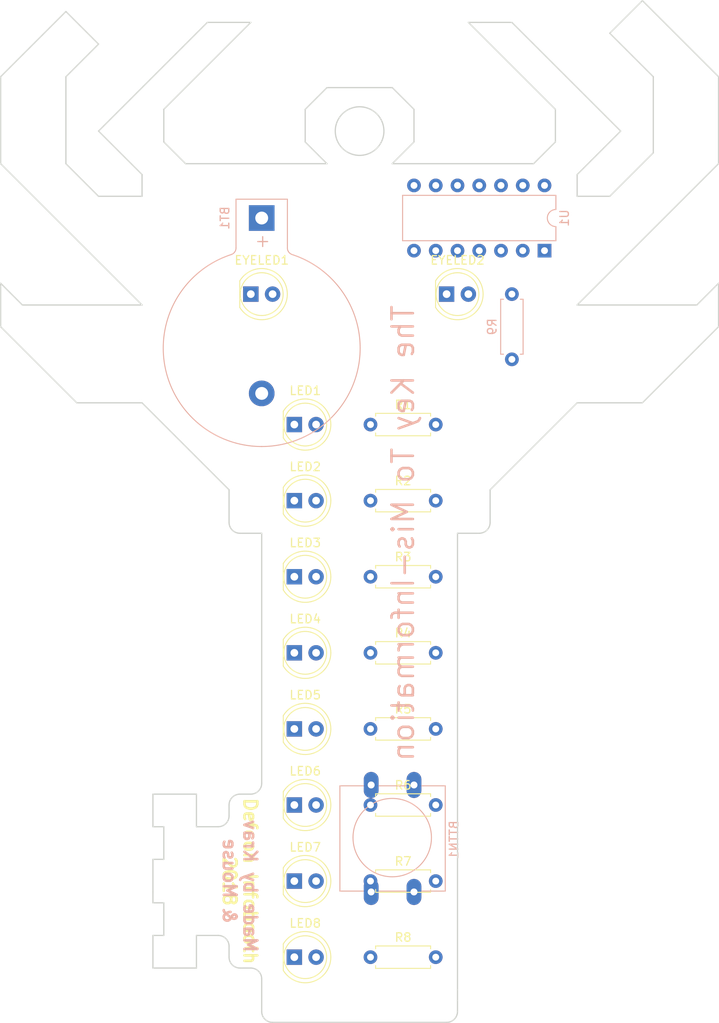
<source format=kicad_pcb>
(kicad_pcb (version 4) (host pcbnew 4.0.7)

  (general
    (links 35)
    (no_connects 35)
    (area 43.104999 39.294999 127.075001 158.825001)
    (thickness 1.6)
    (drawings 97)
    (tracks 0)
    (zones 0)
    (modules 22)
    (nets 24)
  )

  (page A4)
  (layers
    (0 F.Cu signal)
    (31 B.Cu signal)
    (32 B.Adhes user)
    (33 F.Adhes user)
    (34 B.Paste user)
    (35 F.Paste user)
    (36 B.SilkS user)
    (37 F.SilkS user)
    (38 B.Mask user)
    (39 F.Mask user)
    (40 Dwgs.User user)
    (41 Cmts.User user)
    (42 Eco1.User user)
    (43 Eco2.User user)
    (44 Edge.Cuts user)
    (45 Margin user)
    (46 B.CrtYd user)
    (47 F.CrtYd user)
    (48 B.Fab user)
    (49 F.Fab user)
  )

  (setup
    (last_trace_width 0.25)
    (trace_clearance 0.2)
    (zone_clearance 0.508)
    (zone_45_only no)
    (trace_min 0.2)
    (segment_width 0.2)
    (edge_width 0.15)
    (via_size 0.6)
    (via_drill 0.4)
    (via_min_size 0.4)
    (via_min_drill 0.3)
    (uvia_size 0.3)
    (uvia_drill 0.1)
    (uvias_allowed no)
    (uvia_min_size 0.2)
    (uvia_min_drill 0.1)
    (pcb_text_width 0.3)
    (pcb_text_size 1.5 1.5)
    (mod_edge_width 0.15)
    (mod_text_size 1 1)
    (mod_text_width 0.15)
    (pad_size 1.524 1.524)
    (pad_drill 0.762)
    (pad_to_mask_clearance 0.2)
    (aux_axis_origin 0 0)
    (visible_elements 7FFFFFFF)
    (pcbplotparams
      (layerselection 0x00030_80000001)
      (usegerberextensions false)
      (excludeedgelayer true)
      (linewidth 0.100000)
      (plotframeref false)
      (viasonmask false)
      (mode 1)
      (useauxorigin false)
      (hpglpennumber 1)
      (hpglpenspeed 20)
      (hpglpendiameter 15)
      (hpglpenoverlay 2)
      (psnegative false)
      (psa4output false)
      (plotreference true)
      (plotvalue true)
      (plotinvisibletext false)
      (padsonsilk false)
      (subtractmaskfromsilk false)
      (outputformat 1)
      (mirror false)
      (drillshape 1)
      (scaleselection 1)
      (outputdirectory ""))
  )

  (net 0 "")
  (net 1 "Net-(BT1-Pad1)")
  (net 2 "Net-(LED5-Pad2)")
  (net 3 "Net-(LED8-Pad2)")
  (net 4 "Net-(LED4-Pad2)")
  (net 5 "Net-(LED3-Pad2)")
  (net 6 "Net-(U1-Pad4)")
  (net 7 "Net-(LED2-Pad2)")
  (net 8 "Net-(U1-Pad5)")
  (net 9 "Net-(LED1-Pad2)")
  (net 10 "Net-(LED7-Pad2)")
  (net 11 "Net-(BTTN1-Pad2)")
  (net 12 "Net-(LED6-Pad2)")
  (net 13 "Net-(BT1-Pad2)")
  (net 14 "Net-(R1-Pad2)")
  (net 15 "Net-(R2-Pad2)")
  (net 16 "Net-(R3-Pad2)")
  (net 17 "Net-(R4-Pad2)")
  (net 18 "Net-(R5-Pad2)")
  (net 19 "Net-(R6-Pad2)")
  (net 20 "Net-(R7-Pad2)")
  (net 21 "Net-(R8-Pad2)")
  (net 22 "Net-(R9-Pad2)")
  (net 23 "Net-(EYELED1-Pad2)")

  (net_class Default "This is the default net class."
    (clearance 0.2)
    (trace_width 0.25)
    (via_dia 0.6)
    (via_drill 0.4)
    (uvia_dia 0.3)
    (uvia_drill 0.1)
    (add_net "Net-(BT1-Pad1)")
    (add_net "Net-(BT1-Pad2)")
    (add_net "Net-(BTTN1-Pad2)")
    (add_net "Net-(EYELED1-Pad2)")
    (add_net "Net-(LED1-Pad2)")
    (add_net "Net-(LED2-Pad2)")
    (add_net "Net-(LED3-Pad2)")
    (add_net "Net-(LED4-Pad2)")
    (add_net "Net-(LED5-Pad2)")
    (add_net "Net-(LED6-Pad2)")
    (add_net "Net-(LED7-Pad2)")
    (add_net "Net-(LED8-Pad2)")
    (add_net "Net-(R1-Pad2)")
    (add_net "Net-(R2-Pad2)")
    (add_net "Net-(R3-Pad2)")
    (add_net "Net-(R4-Pad2)")
    (add_net "Net-(R5-Pad2)")
    (add_net "Net-(R6-Pad2)")
    (add_net "Net-(R7-Pad2)")
    (add_net "Net-(R8-Pad2)")
    (add_net "Net-(R9-Pad2)")
    (add_net "Net-(U1-Pad4)")
    (add_net "Net-(U1-Pad5)")
  )

  (module Housings_DIP:DIP-14_W7.62mm (layer B.Cu) (tedit 59C78D6B) (tstamp 5B0F9733)
    (at 106.68 68.58 90)
    (descr "14-lead though-hole mounted DIP package, row spacing 7.62 mm (300 mils)")
    (tags "THT DIP DIL PDIP 2.54mm 7.62mm 300mil")
    (path /5AE002B7)
    (fp_text reference U1 (at 3.81 2.33 90) (layer B.SilkS)
      (effects (font (size 1 1) (thickness 0.15)) (justify mirror))
    )
    (fp_text value ATTINY84-20PU (at 3.81 -17.57 90) (layer B.Fab)
      (effects (font (size 1 1) (thickness 0.15)) (justify mirror))
    )
    (fp_arc (start 3.81 1.33) (end 2.81 1.33) (angle 180) (layer B.SilkS) (width 0.12))
    (fp_line (start 1.635 1.27) (end 6.985 1.27) (layer B.Fab) (width 0.1))
    (fp_line (start 6.985 1.27) (end 6.985 -16.51) (layer B.Fab) (width 0.1))
    (fp_line (start 6.985 -16.51) (end 0.635 -16.51) (layer B.Fab) (width 0.1))
    (fp_line (start 0.635 -16.51) (end 0.635 0.27) (layer B.Fab) (width 0.1))
    (fp_line (start 0.635 0.27) (end 1.635 1.27) (layer B.Fab) (width 0.1))
    (fp_line (start 2.81 1.33) (end 1.16 1.33) (layer B.SilkS) (width 0.12))
    (fp_line (start 1.16 1.33) (end 1.16 -16.57) (layer B.SilkS) (width 0.12))
    (fp_line (start 1.16 -16.57) (end 6.46 -16.57) (layer B.SilkS) (width 0.12))
    (fp_line (start 6.46 -16.57) (end 6.46 1.33) (layer B.SilkS) (width 0.12))
    (fp_line (start 6.46 1.33) (end 4.81 1.33) (layer B.SilkS) (width 0.12))
    (fp_line (start -1.1 1.55) (end -1.1 -16.8) (layer B.CrtYd) (width 0.05))
    (fp_line (start -1.1 -16.8) (end 8.7 -16.8) (layer B.CrtYd) (width 0.05))
    (fp_line (start 8.7 -16.8) (end 8.7 1.55) (layer B.CrtYd) (width 0.05))
    (fp_line (start 8.7 1.55) (end -1.1 1.55) (layer B.CrtYd) (width 0.05))
    (fp_text user %R (at 3.81 -7.62 90) (layer B.Fab)
      (effects (font (size 1 1) (thickness 0.15)) (justify mirror))
    )
    (pad 1 thru_hole rect (at 0 0 90) (size 1.6 1.6) (drill 0.8) (layers *.Cu *.Mask)
      (net 1 "Net-(BT1-Pad1)"))
    (pad 8 thru_hole oval (at 7.62 -15.24 90) (size 1.6 1.6) (drill 0.8) (layers *.Cu *.Mask)
      (net 18 "Net-(R5-Pad2)"))
    (pad 2 thru_hole oval (at 0 -2.54 90) (size 1.6 1.6) (drill 0.8) (layers *.Cu *.Mask)
      (net 21 "Net-(R8-Pad2)"))
    (pad 9 thru_hole oval (at 7.62 -12.7 90) (size 1.6 1.6) (drill 0.8) (layers *.Cu *.Mask)
      (net 17 "Net-(R4-Pad2)"))
    (pad 3 thru_hole oval (at 0 -5.08 90) (size 1.6 1.6) (drill 0.8) (layers *.Cu *.Mask)
      (net 22 "Net-(R9-Pad2)"))
    (pad 10 thru_hole oval (at 7.62 -10.16 90) (size 1.6 1.6) (drill 0.8) (layers *.Cu *.Mask)
      (net 16 "Net-(R3-Pad2)"))
    (pad 4 thru_hole oval (at 0 -7.62 90) (size 1.6 1.6) (drill 0.8) (layers *.Cu *.Mask)
      (net 6 "Net-(U1-Pad4)"))
    (pad 11 thru_hole oval (at 7.62 -7.62 90) (size 1.6 1.6) (drill 0.8) (layers *.Cu *.Mask)
      (net 15 "Net-(R2-Pad2)"))
    (pad 5 thru_hole oval (at 0 -10.16 90) (size 1.6 1.6) (drill 0.8) (layers *.Cu *.Mask)
      (net 8 "Net-(U1-Pad5)"))
    (pad 12 thru_hole oval (at 7.62 -5.08 90) (size 1.6 1.6) (drill 0.8) (layers *.Cu *.Mask)
      (net 14 "Net-(R1-Pad2)"))
    (pad 6 thru_hole oval (at 0 -12.7 90) (size 1.6 1.6) (drill 0.8) (layers *.Cu *.Mask)
      (net 20 "Net-(R7-Pad2)"))
    (pad 13 thru_hole oval (at 7.62 -2.54 90) (size 1.6 1.6) (drill 0.8) (layers *.Cu *.Mask)
      (net 11 "Net-(BTTN1-Pad2)"))
    (pad 7 thru_hole oval (at 0 -15.24 90) (size 1.6 1.6) (drill 0.8) (layers *.Cu *.Mask)
      (net 19 "Net-(R6-Pad2)"))
    (pad 14 thru_hole oval (at 7.62 0 90) (size 1.6 1.6) (drill 0.8) (layers *.Cu *.Mask)
      (net 13 "Net-(BT1-Pad2)"))
    (model ${KISYS3DMOD}/Housings_DIP.3dshapes/DIP-14_W7.62mm.wrl
      (at (xyz 0 0 0))
      (scale (xyz 1 1 1))
      (rotate (xyz 0 0 0))
    )
  )

  (module Battery_Holders:Keystone_103_1x20mm-CoinCell (layer B.Cu) (tedit 5787C32C) (tstamp 5B123880)
    (at 73.66 64.77 270)
    (descr http://www.keyelco.com/product-pdf.cfm?p=719)
    (tags "Keystone type 103 battery holder")
    (path /5AE9BA17)
    (fp_text reference BT1 (at 0 4.3 270) (layer B.SilkS)
      (effects (font (size 1 1) (thickness 0.15)) (justify mirror))
    )
    (fp_text value CR2032 (at 15 -13 270) (layer B.Fab)
      (effects (font (size 1 1) (thickness 0.15)) (justify mirror))
    )
    (fp_text user + (at 2.75 0 270) (layer B.SilkS)
      (effects (font (size 1.5 1.5) (thickness 0.15)) (justify mirror))
    )
    (fp_arc (start 15.2 0) (end 4.015 -3.6) (angle 162.5) (layer B.CrtYd) (width 0.05))
    (fp_arc (start 15.2 0) (end 4.015 3.6) (angle -162.5) (layer B.CrtYd) (width 0.05))
    (fp_arc (start 3.5 -3.8) (end 3.5 -3.25) (angle -70) (layer B.CrtYd) (width 0.05))
    (fp_arc (start 3.5 3.8) (end 3.5 3.25) (angle 70) (layer B.CrtYd) (width 0.05))
    (fp_arc (start 15.2 0) (end 4.25 -3.5) (angle 162.5) (layer B.SilkS) (width 0.12))
    (fp_arc (start 3.5 -3.8) (end 3.5 -3) (angle -70) (layer B.SilkS) (width 0.12))
    (fp_arc (start 15.2 0) (end 4.25 3.5) (angle -162.5) (layer B.SilkS) (width 0.12))
    (fp_arc (start 3.5 3.8) (end 3.5 3) (angle 70) (layer B.SilkS) (width 0.12))
    (fp_arc (start 3.5 -3.8) (end 3.5 -2.9) (angle -70) (layer B.Fab) (width 0.1))
    (fp_arc (start 15.2 0) (end 4.35 -3.5) (angle 162.5) (layer B.Fab) (width 0.1))
    (fp_arc (start 15.2 0) (end 4.35 3.5) (angle -162.5) (layer B.Fab) (width 0.1))
    (fp_arc (start 15.2 0) (end 5.2 -1.3) (angle 180) (layer B.Fab) (width 0.1))
    (fp_line (start -2.45 3.25) (end 3.5 3.25) (layer B.CrtYd) (width 0.05))
    (fp_line (start -2.45 -3.25) (end 3.5 -3.25) (layer B.CrtYd) (width 0.05))
    (fp_line (start -2.45 -3.25) (end -2.45 3.25) (layer B.CrtYd) (width 0.05))
    (fp_line (start -2.2 3) (end 3.5 3) (layer B.SilkS) (width 0.12))
    (fp_line (start -2.2 -3) (end -2.2 3) (layer B.SilkS) (width 0.12))
    (fp_line (start -2.2 -3) (end 3.5 -3) (layer B.SilkS) (width 0.12))
    (fp_arc (start 15.2 0) (end 9 -1.3) (angle 170) (layer B.Fab) (width 0.1))
    (fp_arc (start 15.2 0) (end 13.3 -1.3) (angle 150) (layer B.Fab) (width 0.1))
    (fp_line (start 23.5712 -7.7216) (end 22.6568 -6.8834) (layer B.Fab) (width 0.1))
    (fp_line (start 23.5712 7.7216) (end 22.6314 6.858) (layer B.Fab) (width 0.1))
    (fp_arc (start 15.2 0) (end 13.3 1.3) (angle -150) (layer B.Fab) (width 0.1))
    (fp_arc (start 15.2 0) (end 9 1.3) (angle -170) (layer B.Fab) (width 0.1))
    (fp_arc (start 15.2 0) (end 5.2 1.3) (angle -180) (layer B.Fab) (width 0.1))
    (fp_line (start 3.5306 2.9) (end -1.7 2.9) (layer B.Fab) (width 0.1))
    (fp_line (start -1.7 -2.9) (end 3.5306 -2.9) (layer B.Fab) (width 0.1))
    (fp_line (start -2.1 2.5) (end -2.1 -2.5) (layer B.Fab) (width 0.1))
    (fp_line (start 0 -1.3) (end 16.2 -1.3) (layer B.Fab) (width 0.1))
    (fp_line (start 16.2 1.3) (end 0 1.3) (layer B.Fab) (width 0.1))
    (fp_arc (start 3.5 3.8) (end 3.5 2.9) (angle 70) (layer B.Fab) (width 0.1))
    (fp_arc (start 16.2 0) (end 16.2 1.3) (angle -180) (layer B.Fab) (width 0.1))
    (fp_line (start 0 1.3) (end 0 -1.3) (layer B.Fab) (width 0.1))
    (fp_arc (start -1.7 -2.5) (end -2.1 -2.5) (angle 90) (layer B.Fab) (width 0.1))
    (fp_arc (start -1.7 2.5) (end -2.1 2.5) (angle -90) (layer B.Fab) (width 0.1))
    (pad 2 thru_hole circle (at 20.49 0 270) (size 3 3) (drill 1.5) (layers *.Cu *.Mask)
      (net 13 "Net-(BT1-Pad2)"))
    (pad 1 thru_hole rect (at 0 0 270) (size 3 3) (drill 1.5) (layers *.Cu *.Mask)
      (net 1 "Net-(BT1-Pad1)"))
    (model Battery_Holders.3dshapes/Keystone_103_1x20mm-CoinCell.wrl
      (at (xyz 0.6 0 0))
      (scale (xyz 1 1 1))
      (rotate (xyz 0 0 180))
    )
  )

  (module Buttons_Switches_THT:SW_PUSH-12mm (layer B.Cu) (tedit 592546E6) (tstamp 5B123888)
    (at 91.44 143.51 90)
    (descr "SW PUSH 12mm https://www.e-switch.com/system/asset/product_line/data_sheet/143/TL1100.pdf")
    (tags "tact sw push 12mm")
    (path /5AE00593)
    (fp_text reference BTTN1 (at 6.08 4.66 90) (layer B.SilkS)
      (effects (font (size 1 1) (thickness 0.15)) (justify mirror))
    )
    (fp_text value "Push Button" (at 6.62 -9.93 90) (layer B.Fab)
      (effects (font (size 1 1) (thickness 0.15)) (justify mirror))
    )
    (fp_line (start 0.25 -8.5) (end 12.25 -8.5) (layer B.Fab) (width 0.1))
    (fp_line (start 0.25 3.5) (end 12.25 3.5) (layer B.Fab) (width 0.1))
    (fp_line (start 12.25 3.5) (end 12.25 -8.5) (layer B.Fab) (width 0.1))
    (fp_text user %R (at 6.35 -2.54 90) (layer B.Fab)
      (effects (font (size 1 1) (thickness 0.15)) (justify mirror))
    )
    (fp_line (start 0.1 3.65) (end 12.4 3.65) (layer B.SilkS) (width 0.12))
    (fp_line (start 12.4 -0.93) (end 12.4 -4.07) (layer B.SilkS) (width 0.12))
    (fp_line (start 12.4 -8.65) (end 0.1 -8.65) (layer B.SilkS) (width 0.12))
    (fp_line (start 0.1 0.93) (end 0.1 3.65) (layer B.SilkS) (width 0.12))
    (fp_line (start -1.77 3.75) (end 14.25 3.75) (layer B.CrtYd) (width 0.05))
    (fp_line (start -1.77 3.75) (end -1.77 -8.75) (layer B.CrtYd) (width 0.05))
    (fp_line (start 14.25 -8.75) (end 14.25 3.75) (layer B.CrtYd) (width 0.05))
    (fp_line (start 14.25 -8.75) (end -1.77 -8.75) (layer B.CrtYd) (width 0.05))
    (fp_circle (center 6.35 -2.54) (end 10.16 -5.08) (layer B.SilkS) (width 0.12))
    (fp_line (start 0.25 3.5) (end 0.25 -8.5) (layer B.Fab) (width 0.1))
    (fp_line (start 0.1 -8.65) (end 0.1 -5.93) (layer B.SilkS) (width 0.12))
    (fp_line (start 0.1 -4.07) (end 0.1 -0.93) (layer B.SilkS) (width 0.12))
    (fp_line (start 12.4 -5.93) (end 12.4 -8.65) (layer B.SilkS) (width 0.12))
    (fp_line (start 12.4 3.65) (end 12.4 0.93) (layer B.SilkS) (width 0.12))
    (pad 1 thru_hole oval (at 12.5 0 90) (size 3.048 1.7272) (drill 0.8128) (layers *.Cu *.Mask)
      (net 1 "Net-(BT1-Pad1)"))
    (pad 2 thru_hole oval (at 12.5 -5 90) (size 3.048 1.7272) (drill 0.8128) (layers *.Cu *.Mask)
      (net 11 "Net-(BTTN1-Pad2)"))
    (pad 1 thru_hole oval (at 0 0 90) (size 3.048 1.7272) (drill 0.8128) (layers *.Cu *.Mask)
      (net 1 "Net-(BT1-Pad1)"))
    (pad 2 thru_hole oval (at 0 -5 90) (size 3.048 1.7272) (drill 0.8128) (layers *.Cu *.Mask)
      (net 11 "Net-(BTTN1-Pad2)"))
    (model ${KISYS3DMOD}/Buttons_Switches_THT.3dshapes/SW_PUSH-12mm.wrl
      (at (xyz 0.248 -0.1 0))
      (scale (xyz 3.93701 3.93701 3.93701))
      (rotate (xyz 0 0 0))
    )
  )

  (module LEDs:LED_D5.0mm (layer F.Cu) (tedit 5995936A) (tstamp 5B12388E)
    (at 77.47 88.9)
    (descr "LED, diameter 5.0mm, 2 pins, http://cdn-reichelt.de/documents/datenblatt/A500/LL-504BC2E-009.pdf")
    (tags "LED diameter 5.0mm 2 pins")
    (path /5AE00A21)
    (fp_text reference LED1 (at 1.27 -3.96) (layer F.SilkS)
      (effects (font (size 1 1) (thickness 0.15)))
    )
    (fp_text value LED (at 1.27 3.96) (layer F.Fab)
      (effects (font (size 1 1) (thickness 0.15)))
    )
    (fp_arc (start 1.27 0) (end -1.23 -1.469694) (angle 299.1) (layer F.Fab) (width 0.1))
    (fp_arc (start 1.27 0) (end -1.29 -1.54483) (angle 148.9) (layer F.SilkS) (width 0.12))
    (fp_arc (start 1.27 0) (end -1.29 1.54483) (angle -148.9) (layer F.SilkS) (width 0.12))
    (fp_circle (center 1.27 0) (end 3.77 0) (layer F.Fab) (width 0.1))
    (fp_circle (center 1.27 0) (end 3.77 0) (layer F.SilkS) (width 0.12))
    (fp_line (start -1.23 -1.469694) (end -1.23 1.469694) (layer F.Fab) (width 0.1))
    (fp_line (start -1.29 -1.545) (end -1.29 1.545) (layer F.SilkS) (width 0.12))
    (fp_line (start -1.95 -3.25) (end -1.95 3.25) (layer F.CrtYd) (width 0.05))
    (fp_line (start -1.95 3.25) (end 4.5 3.25) (layer F.CrtYd) (width 0.05))
    (fp_line (start 4.5 3.25) (end 4.5 -3.25) (layer F.CrtYd) (width 0.05))
    (fp_line (start 4.5 -3.25) (end -1.95 -3.25) (layer F.CrtYd) (width 0.05))
    (fp_text user %R (at 1.25 0) (layer F.Fab)
      (effects (font (size 0.8 0.8) (thickness 0.2)))
    )
    (pad 1 thru_hole rect (at 0 0) (size 1.8 1.8) (drill 0.9) (layers *.Cu *.Mask)
      (net 13 "Net-(BT1-Pad2)"))
    (pad 2 thru_hole circle (at 2.54 0) (size 1.8 1.8) (drill 0.9) (layers *.Cu *.Mask)
      (net 9 "Net-(LED1-Pad2)"))
    (model ${KISYS3DMOD}/LEDs.3dshapes/LED_D5.0mm.wrl
      (at (xyz 0 0 0))
      (scale (xyz 0.393701 0.393701 0.393701))
      (rotate (xyz 0 0 0))
    )
  )

  (module LEDs:LED_D5.0mm (layer F.Cu) (tedit 5995936A) (tstamp 5B123894)
    (at 77.47 97.79)
    (descr "LED, diameter 5.0mm, 2 pins, http://cdn-reichelt.de/documents/datenblatt/A500/LL-504BC2E-009.pdf")
    (tags "LED diameter 5.0mm 2 pins")
    (path /5AE006C5)
    (fp_text reference LED2 (at 1.27 -3.96) (layer F.SilkS)
      (effects (font (size 1 1) (thickness 0.15)))
    )
    (fp_text value LED (at 1.27 3.96) (layer F.Fab)
      (effects (font (size 1 1) (thickness 0.15)))
    )
    (fp_arc (start 1.27 0) (end -1.23 -1.469694) (angle 299.1) (layer F.Fab) (width 0.1))
    (fp_arc (start 1.27 0) (end -1.29 -1.54483) (angle 148.9) (layer F.SilkS) (width 0.12))
    (fp_arc (start 1.27 0) (end -1.29 1.54483) (angle -148.9) (layer F.SilkS) (width 0.12))
    (fp_circle (center 1.27 0) (end 3.77 0) (layer F.Fab) (width 0.1))
    (fp_circle (center 1.27 0) (end 3.77 0) (layer F.SilkS) (width 0.12))
    (fp_line (start -1.23 -1.469694) (end -1.23 1.469694) (layer F.Fab) (width 0.1))
    (fp_line (start -1.29 -1.545) (end -1.29 1.545) (layer F.SilkS) (width 0.12))
    (fp_line (start -1.95 -3.25) (end -1.95 3.25) (layer F.CrtYd) (width 0.05))
    (fp_line (start -1.95 3.25) (end 4.5 3.25) (layer F.CrtYd) (width 0.05))
    (fp_line (start 4.5 3.25) (end 4.5 -3.25) (layer F.CrtYd) (width 0.05))
    (fp_line (start 4.5 -3.25) (end -1.95 -3.25) (layer F.CrtYd) (width 0.05))
    (fp_text user %R (at 1.25 0) (layer F.Fab)
      (effects (font (size 0.8 0.8) (thickness 0.2)))
    )
    (pad 1 thru_hole rect (at 0 0) (size 1.8 1.8) (drill 0.9) (layers *.Cu *.Mask)
      (net 13 "Net-(BT1-Pad2)"))
    (pad 2 thru_hole circle (at 2.54 0) (size 1.8 1.8) (drill 0.9) (layers *.Cu *.Mask)
      (net 7 "Net-(LED2-Pad2)"))
    (model ${KISYS3DMOD}/LEDs.3dshapes/LED_D5.0mm.wrl
      (at (xyz 0 0 0))
      (scale (xyz 0.393701 0.393701 0.393701))
      (rotate (xyz 0 0 0))
    )
  )

  (module LEDs:LED_D5.0mm (layer F.Cu) (tedit 5995936A) (tstamp 5B12389A)
    (at 77.47 106.68)
    (descr "LED, diameter 5.0mm, 2 pins, http://cdn-reichelt.de/documents/datenblatt/A500/LL-504BC2E-009.pdf")
    (tags "LED diameter 5.0mm 2 pins")
    (path /5AE007BD)
    (fp_text reference LED3 (at 1.27 -3.96) (layer F.SilkS)
      (effects (font (size 1 1) (thickness 0.15)))
    )
    (fp_text value LED (at 1.27 3.96) (layer F.Fab)
      (effects (font (size 1 1) (thickness 0.15)))
    )
    (fp_arc (start 1.27 0) (end -1.23 -1.469694) (angle 299.1) (layer F.Fab) (width 0.1))
    (fp_arc (start 1.27 0) (end -1.29 -1.54483) (angle 148.9) (layer F.SilkS) (width 0.12))
    (fp_arc (start 1.27 0) (end -1.29 1.54483) (angle -148.9) (layer F.SilkS) (width 0.12))
    (fp_circle (center 1.27 0) (end 3.77 0) (layer F.Fab) (width 0.1))
    (fp_circle (center 1.27 0) (end 3.77 0) (layer F.SilkS) (width 0.12))
    (fp_line (start -1.23 -1.469694) (end -1.23 1.469694) (layer F.Fab) (width 0.1))
    (fp_line (start -1.29 -1.545) (end -1.29 1.545) (layer F.SilkS) (width 0.12))
    (fp_line (start -1.95 -3.25) (end -1.95 3.25) (layer F.CrtYd) (width 0.05))
    (fp_line (start -1.95 3.25) (end 4.5 3.25) (layer F.CrtYd) (width 0.05))
    (fp_line (start 4.5 3.25) (end 4.5 -3.25) (layer F.CrtYd) (width 0.05))
    (fp_line (start 4.5 -3.25) (end -1.95 -3.25) (layer F.CrtYd) (width 0.05))
    (fp_text user %R (at 1.25 0) (layer F.Fab)
      (effects (font (size 0.8 0.8) (thickness 0.2)))
    )
    (pad 1 thru_hole rect (at 0 0) (size 1.8 1.8) (drill 0.9) (layers *.Cu *.Mask)
      (net 13 "Net-(BT1-Pad2)"))
    (pad 2 thru_hole circle (at 2.54 0) (size 1.8 1.8) (drill 0.9) (layers *.Cu *.Mask)
      (net 5 "Net-(LED3-Pad2)"))
    (model ${KISYS3DMOD}/LEDs.3dshapes/LED_D5.0mm.wrl
      (at (xyz 0 0 0))
      (scale (xyz 0.393701 0.393701 0.393701))
      (rotate (xyz 0 0 0))
    )
  )

  (module LEDs:LED_D5.0mm (layer F.Cu) (tedit 5995936A) (tstamp 5B1238A0)
    (at 77.47 115.57)
    (descr "LED, diameter 5.0mm, 2 pins, http://cdn-reichelt.de/documents/datenblatt/A500/LL-504BC2E-009.pdf")
    (tags "LED diameter 5.0mm 2 pins")
    (path /5AE00901)
    (fp_text reference LED4 (at 1.27 -3.96) (layer F.SilkS)
      (effects (font (size 1 1) (thickness 0.15)))
    )
    (fp_text value LED (at 1.27 3.96) (layer F.Fab)
      (effects (font (size 1 1) (thickness 0.15)))
    )
    (fp_arc (start 1.27 0) (end -1.23 -1.469694) (angle 299.1) (layer F.Fab) (width 0.1))
    (fp_arc (start 1.27 0) (end -1.29 -1.54483) (angle 148.9) (layer F.SilkS) (width 0.12))
    (fp_arc (start 1.27 0) (end -1.29 1.54483) (angle -148.9) (layer F.SilkS) (width 0.12))
    (fp_circle (center 1.27 0) (end 3.77 0) (layer F.Fab) (width 0.1))
    (fp_circle (center 1.27 0) (end 3.77 0) (layer F.SilkS) (width 0.12))
    (fp_line (start -1.23 -1.469694) (end -1.23 1.469694) (layer F.Fab) (width 0.1))
    (fp_line (start -1.29 -1.545) (end -1.29 1.545) (layer F.SilkS) (width 0.12))
    (fp_line (start -1.95 -3.25) (end -1.95 3.25) (layer F.CrtYd) (width 0.05))
    (fp_line (start -1.95 3.25) (end 4.5 3.25) (layer F.CrtYd) (width 0.05))
    (fp_line (start 4.5 3.25) (end 4.5 -3.25) (layer F.CrtYd) (width 0.05))
    (fp_line (start 4.5 -3.25) (end -1.95 -3.25) (layer F.CrtYd) (width 0.05))
    (fp_text user %R (at 1.25 0) (layer F.Fab)
      (effects (font (size 0.8 0.8) (thickness 0.2)))
    )
    (pad 1 thru_hole rect (at 0 0) (size 1.8 1.8) (drill 0.9) (layers *.Cu *.Mask)
      (net 13 "Net-(BT1-Pad2)"))
    (pad 2 thru_hole circle (at 2.54 0) (size 1.8 1.8) (drill 0.9) (layers *.Cu *.Mask)
      (net 4 "Net-(LED4-Pad2)"))
    (model ${KISYS3DMOD}/LEDs.3dshapes/LED_D5.0mm.wrl
      (at (xyz 0 0 0))
      (scale (xyz 0.393701 0.393701 0.393701))
      (rotate (xyz 0 0 0))
    )
  )

  (module LEDs:LED_D5.0mm (layer F.Cu) (tedit 5995936A) (tstamp 5B1238A6)
    (at 77.47 124.46)
    (descr "LED, diameter 5.0mm, 2 pins, http://cdn-reichelt.de/documents/datenblatt/A500/LL-504BC2E-009.pdf")
    (tags "LED diameter 5.0mm 2 pins")
    (path /5AE00938)
    (fp_text reference LED5 (at 1.27 -3.96) (layer F.SilkS)
      (effects (font (size 1 1) (thickness 0.15)))
    )
    (fp_text value LED (at 1.27 3.96) (layer F.Fab)
      (effects (font (size 1 1) (thickness 0.15)))
    )
    (fp_arc (start 1.27 0) (end -1.23 -1.469694) (angle 299.1) (layer F.Fab) (width 0.1))
    (fp_arc (start 1.27 0) (end -1.29 -1.54483) (angle 148.9) (layer F.SilkS) (width 0.12))
    (fp_arc (start 1.27 0) (end -1.29 1.54483) (angle -148.9) (layer F.SilkS) (width 0.12))
    (fp_circle (center 1.27 0) (end 3.77 0) (layer F.Fab) (width 0.1))
    (fp_circle (center 1.27 0) (end 3.77 0) (layer F.SilkS) (width 0.12))
    (fp_line (start -1.23 -1.469694) (end -1.23 1.469694) (layer F.Fab) (width 0.1))
    (fp_line (start -1.29 -1.545) (end -1.29 1.545) (layer F.SilkS) (width 0.12))
    (fp_line (start -1.95 -3.25) (end -1.95 3.25) (layer F.CrtYd) (width 0.05))
    (fp_line (start -1.95 3.25) (end 4.5 3.25) (layer F.CrtYd) (width 0.05))
    (fp_line (start 4.5 3.25) (end 4.5 -3.25) (layer F.CrtYd) (width 0.05))
    (fp_line (start 4.5 -3.25) (end -1.95 -3.25) (layer F.CrtYd) (width 0.05))
    (fp_text user %R (at 1.25 0) (layer F.Fab)
      (effects (font (size 0.8 0.8) (thickness 0.2)))
    )
    (pad 1 thru_hole rect (at 0 0) (size 1.8 1.8) (drill 0.9) (layers *.Cu *.Mask)
      (net 13 "Net-(BT1-Pad2)"))
    (pad 2 thru_hole circle (at 2.54 0) (size 1.8 1.8) (drill 0.9) (layers *.Cu *.Mask)
      (net 2 "Net-(LED5-Pad2)"))
    (model ${KISYS3DMOD}/LEDs.3dshapes/LED_D5.0mm.wrl
      (at (xyz 0 0 0))
      (scale (xyz 0.393701 0.393701 0.393701))
      (rotate (xyz 0 0 0))
    )
  )

  (module LEDs:LED_D5.0mm (layer F.Cu) (tedit 5995936A) (tstamp 5B1238AC)
    (at 77.47 133.35)
    (descr "LED, diameter 5.0mm, 2 pins, http://cdn-reichelt.de/documents/datenblatt/A500/LL-504BC2E-009.pdf")
    (tags "LED diameter 5.0mm 2 pins")
    (path /5AE00998)
    (fp_text reference LED6 (at 1.27 -3.96) (layer F.SilkS)
      (effects (font (size 1 1) (thickness 0.15)))
    )
    (fp_text value LED (at 1.27 3.96) (layer F.Fab)
      (effects (font (size 1 1) (thickness 0.15)))
    )
    (fp_arc (start 1.27 0) (end -1.23 -1.469694) (angle 299.1) (layer F.Fab) (width 0.1))
    (fp_arc (start 1.27 0) (end -1.29 -1.54483) (angle 148.9) (layer F.SilkS) (width 0.12))
    (fp_arc (start 1.27 0) (end -1.29 1.54483) (angle -148.9) (layer F.SilkS) (width 0.12))
    (fp_circle (center 1.27 0) (end 3.77 0) (layer F.Fab) (width 0.1))
    (fp_circle (center 1.27 0) (end 3.77 0) (layer F.SilkS) (width 0.12))
    (fp_line (start -1.23 -1.469694) (end -1.23 1.469694) (layer F.Fab) (width 0.1))
    (fp_line (start -1.29 -1.545) (end -1.29 1.545) (layer F.SilkS) (width 0.12))
    (fp_line (start -1.95 -3.25) (end -1.95 3.25) (layer F.CrtYd) (width 0.05))
    (fp_line (start -1.95 3.25) (end 4.5 3.25) (layer F.CrtYd) (width 0.05))
    (fp_line (start 4.5 3.25) (end 4.5 -3.25) (layer F.CrtYd) (width 0.05))
    (fp_line (start 4.5 -3.25) (end -1.95 -3.25) (layer F.CrtYd) (width 0.05))
    (fp_text user %R (at 1.25 0) (layer F.Fab)
      (effects (font (size 0.8 0.8) (thickness 0.2)))
    )
    (pad 1 thru_hole rect (at 0 0) (size 1.8 1.8) (drill 0.9) (layers *.Cu *.Mask)
      (net 13 "Net-(BT1-Pad2)"))
    (pad 2 thru_hole circle (at 2.54 0) (size 1.8 1.8) (drill 0.9) (layers *.Cu *.Mask)
      (net 12 "Net-(LED6-Pad2)"))
    (model ${KISYS3DMOD}/LEDs.3dshapes/LED_D5.0mm.wrl
      (at (xyz 0 0 0))
      (scale (xyz 0.393701 0.393701 0.393701))
      (rotate (xyz 0 0 0))
    )
  )

  (module LEDs:LED_D5.0mm (layer F.Cu) (tedit 5995936A) (tstamp 5B1238B2)
    (at 77.47 142.24)
    (descr "LED, diameter 5.0mm, 2 pins, http://cdn-reichelt.de/documents/datenblatt/A500/LL-504BC2E-009.pdf")
    (tags "LED diameter 5.0mm 2 pins")
    (path /5AE009EB)
    (fp_text reference LED7 (at 1.27 -3.96) (layer F.SilkS)
      (effects (font (size 1 1) (thickness 0.15)))
    )
    (fp_text value LED (at 1.27 3.96) (layer F.Fab)
      (effects (font (size 1 1) (thickness 0.15)))
    )
    (fp_arc (start 1.27 0) (end -1.23 -1.469694) (angle 299.1) (layer F.Fab) (width 0.1))
    (fp_arc (start 1.27 0) (end -1.29 -1.54483) (angle 148.9) (layer F.SilkS) (width 0.12))
    (fp_arc (start 1.27 0) (end -1.29 1.54483) (angle -148.9) (layer F.SilkS) (width 0.12))
    (fp_circle (center 1.27 0) (end 3.77 0) (layer F.Fab) (width 0.1))
    (fp_circle (center 1.27 0) (end 3.77 0) (layer F.SilkS) (width 0.12))
    (fp_line (start -1.23 -1.469694) (end -1.23 1.469694) (layer F.Fab) (width 0.1))
    (fp_line (start -1.29 -1.545) (end -1.29 1.545) (layer F.SilkS) (width 0.12))
    (fp_line (start -1.95 -3.25) (end -1.95 3.25) (layer F.CrtYd) (width 0.05))
    (fp_line (start -1.95 3.25) (end 4.5 3.25) (layer F.CrtYd) (width 0.05))
    (fp_line (start 4.5 3.25) (end 4.5 -3.25) (layer F.CrtYd) (width 0.05))
    (fp_line (start 4.5 -3.25) (end -1.95 -3.25) (layer F.CrtYd) (width 0.05))
    (fp_text user %R (at 1.25 0) (layer F.Fab)
      (effects (font (size 0.8 0.8) (thickness 0.2)))
    )
    (pad 1 thru_hole rect (at 0 0) (size 1.8 1.8) (drill 0.9) (layers *.Cu *.Mask)
      (net 13 "Net-(BT1-Pad2)"))
    (pad 2 thru_hole circle (at 2.54 0) (size 1.8 1.8) (drill 0.9) (layers *.Cu *.Mask)
      (net 10 "Net-(LED7-Pad2)"))
    (model ${KISYS3DMOD}/LEDs.3dshapes/LED_D5.0mm.wrl
      (at (xyz 0 0 0))
      (scale (xyz 0.393701 0.393701 0.393701))
      (rotate (xyz 0 0 0))
    )
  )

  (module LEDs:LED_D5.0mm (layer F.Cu) (tedit 5995936A) (tstamp 5B1238B8)
    (at 77.47 151.13)
    (descr "LED, diameter 5.0mm, 2 pins, http://cdn-reichelt.de/documents/datenblatt/A500/LL-504BC2E-009.pdf")
    (tags "LED diameter 5.0mm 2 pins")
    (path /5AE00B42)
    (fp_text reference LED8 (at 1.27 -3.96) (layer F.SilkS)
      (effects (font (size 1 1) (thickness 0.15)))
    )
    (fp_text value LED (at 1.27 3.96) (layer F.Fab)
      (effects (font (size 1 1) (thickness 0.15)))
    )
    (fp_arc (start 1.27 0) (end -1.23 -1.469694) (angle 299.1) (layer F.Fab) (width 0.1))
    (fp_arc (start 1.27 0) (end -1.29 -1.54483) (angle 148.9) (layer F.SilkS) (width 0.12))
    (fp_arc (start 1.27 0) (end -1.29 1.54483) (angle -148.9) (layer F.SilkS) (width 0.12))
    (fp_circle (center 1.27 0) (end 3.77 0) (layer F.Fab) (width 0.1))
    (fp_circle (center 1.27 0) (end 3.77 0) (layer F.SilkS) (width 0.12))
    (fp_line (start -1.23 -1.469694) (end -1.23 1.469694) (layer F.Fab) (width 0.1))
    (fp_line (start -1.29 -1.545) (end -1.29 1.545) (layer F.SilkS) (width 0.12))
    (fp_line (start -1.95 -3.25) (end -1.95 3.25) (layer F.CrtYd) (width 0.05))
    (fp_line (start -1.95 3.25) (end 4.5 3.25) (layer F.CrtYd) (width 0.05))
    (fp_line (start 4.5 3.25) (end 4.5 -3.25) (layer F.CrtYd) (width 0.05))
    (fp_line (start 4.5 -3.25) (end -1.95 -3.25) (layer F.CrtYd) (width 0.05))
    (fp_text user %R (at 1.25 0) (layer F.Fab)
      (effects (font (size 0.8 0.8) (thickness 0.2)))
    )
    (pad 1 thru_hole rect (at 0 0) (size 1.8 1.8) (drill 0.9) (layers *.Cu *.Mask)
      (net 13 "Net-(BT1-Pad2)"))
    (pad 2 thru_hole circle (at 2.54 0) (size 1.8 1.8) (drill 0.9) (layers *.Cu *.Mask)
      (net 3 "Net-(LED8-Pad2)"))
    (model ${KISYS3DMOD}/LEDs.3dshapes/LED_D5.0mm.wrl
      (at (xyz 0 0 0))
      (scale (xyz 0.393701 0.393701 0.393701))
      (rotate (xyz 0 0 0))
    )
  )

  (module Resistors_THT:R_Axial_DIN0207_L6.3mm_D2.5mm_P7.62mm_Horizontal (layer F.Cu) (tedit 5874F706) (tstamp 5B1238C4)
    (at 86.36 88.9)
    (descr "Resistor, Axial_DIN0207 series, Axial, Horizontal, pin pitch=7.62mm, 0.25W = 1/4W, length*diameter=6.3*2.5mm^2, http://cdn-reichelt.de/documents/datenblatt/B400/1_4W%23YAG.pdf")
    (tags "Resistor Axial_DIN0207 series Axial Horizontal pin pitch 7.62mm 0.25W = 1/4W length 6.3mm diameter 2.5mm")
    (path /5B123A70)
    (fp_text reference R1 (at 3.81 -2.31) (layer F.SilkS)
      (effects (font (size 1 1) (thickness 0.15)))
    )
    (fp_text value R (at 3.81 2.31) (layer F.Fab)
      (effects (font (size 1 1) (thickness 0.15)))
    )
    (fp_line (start 0.66 -1.25) (end 0.66 1.25) (layer F.Fab) (width 0.1))
    (fp_line (start 0.66 1.25) (end 6.96 1.25) (layer F.Fab) (width 0.1))
    (fp_line (start 6.96 1.25) (end 6.96 -1.25) (layer F.Fab) (width 0.1))
    (fp_line (start 6.96 -1.25) (end 0.66 -1.25) (layer F.Fab) (width 0.1))
    (fp_line (start 0 0) (end 0.66 0) (layer F.Fab) (width 0.1))
    (fp_line (start 7.62 0) (end 6.96 0) (layer F.Fab) (width 0.1))
    (fp_line (start 0.6 -0.98) (end 0.6 -1.31) (layer F.SilkS) (width 0.12))
    (fp_line (start 0.6 -1.31) (end 7.02 -1.31) (layer F.SilkS) (width 0.12))
    (fp_line (start 7.02 -1.31) (end 7.02 -0.98) (layer F.SilkS) (width 0.12))
    (fp_line (start 0.6 0.98) (end 0.6 1.31) (layer F.SilkS) (width 0.12))
    (fp_line (start 0.6 1.31) (end 7.02 1.31) (layer F.SilkS) (width 0.12))
    (fp_line (start 7.02 1.31) (end 7.02 0.98) (layer F.SilkS) (width 0.12))
    (fp_line (start -1.05 -1.6) (end -1.05 1.6) (layer F.CrtYd) (width 0.05))
    (fp_line (start -1.05 1.6) (end 8.7 1.6) (layer F.CrtYd) (width 0.05))
    (fp_line (start 8.7 1.6) (end 8.7 -1.6) (layer F.CrtYd) (width 0.05))
    (fp_line (start 8.7 -1.6) (end -1.05 -1.6) (layer F.CrtYd) (width 0.05))
    (pad 1 thru_hole circle (at 0 0) (size 1.6 1.6) (drill 0.8) (layers *.Cu *.Mask)
      (net 9 "Net-(LED1-Pad2)"))
    (pad 2 thru_hole oval (at 7.62 0) (size 1.6 1.6) (drill 0.8) (layers *.Cu *.Mask)
      (net 14 "Net-(R1-Pad2)"))
    (model ${KISYS3DMOD}/Resistors_THT.3dshapes/R_Axial_DIN0207_L6.3mm_D2.5mm_P7.62mm_Horizontal.wrl
      (at (xyz 0 0 0))
      (scale (xyz 0.393701 0.393701 0.393701))
      (rotate (xyz 0 0 0))
    )
  )

  (module Resistors_THT:R_Axial_DIN0207_L6.3mm_D2.5mm_P7.62mm_Horizontal (layer F.Cu) (tedit 5874F706) (tstamp 5B1238CA)
    (at 86.36 97.79)
    (descr "Resistor, Axial_DIN0207 series, Axial, Horizontal, pin pitch=7.62mm, 0.25W = 1/4W, length*diameter=6.3*2.5mm^2, http://cdn-reichelt.de/documents/datenblatt/B400/1_4W%23YAG.pdf")
    (tags "Resistor Axial_DIN0207 series Axial Horizontal pin pitch 7.62mm 0.25W = 1/4W length 6.3mm diameter 2.5mm")
    (path /5B123B2E)
    (fp_text reference R2 (at 3.81 -2.31) (layer F.SilkS)
      (effects (font (size 1 1) (thickness 0.15)))
    )
    (fp_text value R (at 3.81 2.31) (layer F.Fab)
      (effects (font (size 1 1) (thickness 0.15)))
    )
    (fp_line (start 0.66 -1.25) (end 0.66 1.25) (layer F.Fab) (width 0.1))
    (fp_line (start 0.66 1.25) (end 6.96 1.25) (layer F.Fab) (width 0.1))
    (fp_line (start 6.96 1.25) (end 6.96 -1.25) (layer F.Fab) (width 0.1))
    (fp_line (start 6.96 -1.25) (end 0.66 -1.25) (layer F.Fab) (width 0.1))
    (fp_line (start 0 0) (end 0.66 0) (layer F.Fab) (width 0.1))
    (fp_line (start 7.62 0) (end 6.96 0) (layer F.Fab) (width 0.1))
    (fp_line (start 0.6 -0.98) (end 0.6 -1.31) (layer F.SilkS) (width 0.12))
    (fp_line (start 0.6 -1.31) (end 7.02 -1.31) (layer F.SilkS) (width 0.12))
    (fp_line (start 7.02 -1.31) (end 7.02 -0.98) (layer F.SilkS) (width 0.12))
    (fp_line (start 0.6 0.98) (end 0.6 1.31) (layer F.SilkS) (width 0.12))
    (fp_line (start 0.6 1.31) (end 7.02 1.31) (layer F.SilkS) (width 0.12))
    (fp_line (start 7.02 1.31) (end 7.02 0.98) (layer F.SilkS) (width 0.12))
    (fp_line (start -1.05 -1.6) (end -1.05 1.6) (layer F.CrtYd) (width 0.05))
    (fp_line (start -1.05 1.6) (end 8.7 1.6) (layer F.CrtYd) (width 0.05))
    (fp_line (start 8.7 1.6) (end 8.7 -1.6) (layer F.CrtYd) (width 0.05))
    (fp_line (start 8.7 -1.6) (end -1.05 -1.6) (layer F.CrtYd) (width 0.05))
    (pad 1 thru_hole circle (at 0 0) (size 1.6 1.6) (drill 0.8) (layers *.Cu *.Mask)
      (net 7 "Net-(LED2-Pad2)"))
    (pad 2 thru_hole oval (at 7.62 0) (size 1.6 1.6) (drill 0.8) (layers *.Cu *.Mask)
      (net 15 "Net-(R2-Pad2)"))
    (model ${KISYS3DMOD}/Resistors_THT.3dshapes/R_Axial_DIN0207_L6.3mm_D2.5mm_P7.62mm_Horizontal.wrl
      (at (xyz 0 0 0))
      (scale (xyz 0.393701 0.393701 0.393701))
      (rotate (xyz 0 0 0))
    )
  )

  (module Resistors_THT:R_Axial_DIN0207_L6.3mm_D2.5mm_P7.62mm_Horizontal (layer F.Cu) (tedit 5874F706) (tstamp 5B1238D0)
    (at 86.36 106.68)
    (descr "Resistor, Axial_DIN0207 series, Axial, Horizontal, pin pitch=7.62mm, 0.25W = 1/4W, length*diameter=6.3*2.5mm^2, http://cdn-reichelt.de/documents/datenblatt/B400/1_4W%23YAG.pdf")
    (tags "Resistor Axial_DIN0207 series Axial Horizontal pin pitch 7.62mm 0.25W = 1/4W length 6.3mm diameter 2.5mm")
    (path /5B123B90)
    (fp_text reference R3 (at 3.81 -2.31) (layer F.SilkS)
      (effects (font (size 1 1) (thickness 0.15)))
    )
    (fp_text value R (at 3.81 2.31) (layer F.Fab)
      (effects (font (size 1 1) (thickness 0.15)))
    )
    (fp_line (start 0.66 -1.25) (end 0.66 1.25) (layer F.Fab) (width 0.1))
    (fp_line (start 0.66 1.25) (end 6.96 1.25) (layer F.Fab) (width 0.1))
    (fp_line (start 6.96 1.25) (end 6.96 -1.25) (layer F.Fab) (width 0.1))
    (fp_line (start 6.96 -1.25) (end 0.66 -1.25) (layer F.Fab) (width 0.1))
    (fp_line (start 0 0) (end 0.66 0) (layer F.Fab) (width 0.1))
    (fp_line (start 7.62 0) (end 6.96 0) (layer F.Fab) (width 0.1))
    (fp_line (start 0.6 -0.98) (end 0.6 -1.31) (layer F.SilkS) (width 0.12))
    (fp_line (start 0.6 -1.31) (end 7.02 -1.31) (layer F.SilkS) (width 0.12))
    (fp_line (start 7.02 -1.31) (end 7.02 -0.98) (layer F.SilkS) (width 0.12))
    (fp_line (start 0.6 0.98) (end 0.6 1.31) (layer F.SilkS) (width 0.12))
    (fp_line (start 0.6 1.31) (end 7.02 1.31) (layer F.SilkS) (width 0.12))
    (fp_line (start 7.02 1.31) (end 7.02 0.98) (layer F.SilkS) (width 0.12))
    (fp_line (start -1.05 -1.6) (end -1.05 1.6) (layer F.CrtYd) (width 0.05))
    (fp_line (start -1.05 1.6) (end 8.7 1.6) (layer F.CrtYd) (width 0.05))
    (fp_line (start 8.7 1.6) (end 8.7 -1.6) (layer F.CrtYd) (width 0.05))
    (fp_line (start 8.7 -1.6) (end -1.05 -1.6) (layer F.CrtYd) (width 0.05))
    (pad 1 thru_hole circle (at 0 0) (size 1.6 1.6) (drill 0.8) (layers *.Cu *.Mask)
      (net 5 "Net-(LED3-Pad2)"))
    (pad 2 thru_hole oval (at 7.62 0) (size 1.6 1.6) (drill 0.8) (layers *.Cu *.Mask)
      (net 16 "Net-(R3-Pad2)"))
    (model ${KISYS3DMOD}/Resistors_THT.3dshapes/R_Axial_DIN0207_L6.3mm_D2.5mm_P7.62mm_Horizontal.wrl
      (at (xyz 0 0 0))
      (scale (xyz 0.393701 0.393701 0.393701))
      (rotate (xyz 0 0 0))
    )
  )

  (module Resistors_THT:R_Axial_DIN0207_L6.3mm_D2.5mm_P7.62mm_Horizontal (layer F.Cu) (tedit 5874F706) (tstamp 5B1238D6)
    (at 86.36 115.57)
    (descr "Resistor, Axial_DIN0207 series, Axial, Horizontal, pin pitch=7.62mm, 0.25W = 1/4W, length*diameter=6.3*2.5mm^2, http://cdn-reichelt.de/documents/datenblatt/B400/1_4W%23YAG.pdf")
    (tags "Resistor Axial_DIN0207 series Axial Horizontal pin pitch 7.62mm 0.25W = 1/4W length 6.3mm diameter 2.5mm")
    (path /5B123C0E)
    (fp_text reference R4 (at 3.81 -2.31) (layer F.SilkS)
      (effects (font (size 1 1) (thickness 0.15)))
    )
    (fp_text value R (at 3.81 2.31) (layer F.Fab)
      (effects (font (size 1 1) (thickness 0.15)))
    )
    (fp_line (start 0.66 -1.25) (end 0.66 1.25) (layer F.Fab) (width 0.1))
    (fp_line (start 0.66 1.25) (end 6.96 1.25) (layer F.Fab) (width 0.1))
    (fp_line (start 6.96 1.25) (end 6.96 -1.25) (layer F.Fab) (width 0.1))
    (fp_line (start 6.96 -1.25) (end 0.66 -1.25) (layer F.Fab) (width 0.1))
    (fp_line (start 0 0) (end 0.66 0) (layer F.Fab) (width 0.1))
    (fp_line (start 7.62 0) (end 6.96 0) (layer F.Fab) (width 0.1))
    (fp_line (start 0.6 -0.98) (end 0.6 -1.31) (layer F.SilkS) (width 0.12))
    (fp_line (start 0.6 -1.31) (end 7.02 -1.31) (layer F.SilkS) (width 0.12))
    (fp_line (start 7.02 -1.31) (end 7.02 -0.98) (layer F.SilkS) (width 0.12))
    (fp_line (start 0.6 0.98) (end 0.6 1.31) (layer F.SilkS) (width 0.12))
    (fp_line (start 0.6 1.31) (end 7.02 1.31) (layer F.SilkS) (width 0.12))
    (fp_line (start 7.02 1.31) (end 7.02 0.98) (layer F.SilkS) (width 0.12))
    (fp_line (start -1.05 -1.6) (end -1.05 1.6) (layer F.CrtYd) (width 0.05))
    (fp_line (start -1.05 1.6) (end 8.7 1.6) (layer F.CrtYd) (width 0.05))
    (fp_line (start 8.7 1.6) (end 8.7 -1.6) (layer F.CrtYd) (width 0.05))
    (fp_line (start 8.7 -1.6) (end -1.05 -1.6) (layer F.CrtYd) (width 0.05))
    (pad 1 thru_hole circle (at 0 0) (size 1.6 1.6) (drill 0.8) (layers *.Cu *.Mask)
      (net 4 "Net-(LED4-Pad2)"))
    (pad 2 thru_hole oval (at 7.62 0) (size 1.6 1.6) (drill 0.8) (layers *.Cu *.Mask)
      (net 17 "Net-(R4-Pad2)"))
    (model ${KISYS3DMOD}/Resistors_THT.3dshapes/R_Axial_DIN0207_L6.3mm_D2.5mm_P7.62mm_Horizontal.wrl
      (at (xyz 0 0 0))
      (scale (xyz 0.393701 0.393701 0.393701))
      (rotate (xyz 0 0 0))
    )
  )

  (module Resistors_THT:R_Axial_DIN0207_L6.3mm_D2.5mm_P7.62mm_Horizontal (layer F.Cu) (tedit 5874F706) (tstamp 5B1238DC)
    (at 86.36 124.46)
    (descr "Resistor, Axial_DIN0207 series, Axial, Horizontal, pin pitch=7.62mm, 0.25W = 1/4W, length*diameter=6.3*2.5mm^2, http://cdn-reichelt.de/documents/datenblatt/B400/1_4W%23YAG.pdf")
    (tags "Resistor Axial_DIN0207 series Axial Horizontal pin pitch 7.62mm 0.25W = 1/4W length 6.3mm diameter 2.5mm")
    (path /5B123C92)
    (fp_text reference R5 (at 3.81 -2.31) (layer F.SilkS)
      (effects (font (size 1 1) (thickness 0.15)))
    )
    (fp_text value R (at 3.81 2.31) (layer F.Fab)
      (effects (font (size 1 1) (thickness 0.15)))
    )
    (fp_line (start 0.66 -1.25) (end 0.66 1.25) (layer F.Fab) (width 0.1))
    (fp_line (start 0.66 1.25) (end 6.96 1.25) (layer F.Fab) (width 0.1))
    (fp_line (start 6.96 1.25) (end 6.96 -1.25) (layer F.Fab) (width 0.1))
    (fp_line (start 6.96 -1.25) (end 0.66 -1.25) (layer F.Fab) (width 0.1))
    (fp_line (start 0 0) (end 0.66 0) (layer F.Fab) (width 0.1))
    (fp_line (start 7.62 0) (end 6.96 0) (layer F.Fab) (width 0.1))
    (fp_line (start 0.6 -0.98) (end 0.6 -1.31) (layer F.SilkS) (width 0.12))
    (fp_line (start 0.6 -1.31) (end 7.02 -1.31) (layer F.SilkS) (width 0.12))
    (fp_line (start 7.02 -1.31) (end 7.02 -0.98) (layer F.SilkS) (width 0.12))
    (fp_line (start 0.6 0.98) (end 0.6 1.31) (layer F.SilkS) (width 0.12))
    (fp_line (start 0.6 1.31) (end 7.02 1.31) (layer F.SilkS) (width 0.12))
    (fp_line (start 7.02 1.31) (end 7.02 0.98) (layer F.SilkS) (width 0.12))
    (fp_line (start -1.05 -1.6) (end -1.05 1.6) (layer F.CrtYd) (width 0.05))
    (fp_line (start -1.05 1.6) (end 8.7 1.6) (layer F.CrtYd) (width 0.05))
    (fp_line (start 8.7 1.6) (end 8.7 -1.6) (layer F.CrtYd) (width 0.05))
    (fp_line (start 8.7 -1.6) (end -1.05 -1.6) (layer F.CrtYd) (width 0.05))
    (pad 1 thru_hole circle (at 0 0) (size 1.6 1.6) (drill 0.8) (layers *.Cu *.Mask)
      (net 2 "Net-(LED5-Pad2)"))
    (pad 2 thru_hole oval (at 7.62 0) (size 1.6 1.6) (drill 0.8) (layers *.Cu *.Mask)
      (net 18 "Net-(R5-Pad2)"))
    (model ${KISYS3DMOD}/Resistors_THT.3dshapes/R_Axial_DIN0207_L6.3mm_D2.5mm_P7.62mm_Horizontal.wrl
      (at (xyz 0 0 0))
      (scale (xyz 0.393701 0.393701 0.393701))
      (rotate (xyz 0 0 0))
    )
  )

  (module Resistors_THT:R_Axial_DIN0207_L6.3mm_D2.5mm_P7.62mm_Horizontal (layer F.Cu) (tedit 5874F706) (tstamp 5B1238E2)
    (at 86.36 133.35)
    (descr "Resistor, Axial_DIN0207 series, Axial, Horizontal, pin pitch=7.62mm, 0.25W = 1/4W, length*diameter=6.3*2.5mm^2, http://cdn-reichelt.de/documents/datenblatt/B400/1_4W%23YAG.pdf")
    (tags "Resistor Axial_DIN0207 series Axial Horizontal pin pitch 7.62mm 0.25W = 1/4W length 6.3mm diameter 2.5mm")
    (path /5B123D19)
    (fp_text reference R6 (at 3.81 -2.31) (layer F.SilkS)
      (effects (font (size 1 1) (thickness 0.15)))
    )
    (fp_text value R (at 3.81 2.31) (layer F.Fab)
      (effects (font (size 1 1) (thickness 0.15)))
    )
    (fp_line (start 0.66 -1.25) (end 0.66 1.25) (layer F.Fab) (width 0.1))
    (fp_line (start 0.66 1.25) (end 6.96 1.25) (layer F.Fab) (width 0.1))
    (fp_line (start 6.96 1.25) (end 6.96 -1.25) (layer F.Fab) (width 0.1))
    (fp_line (start 6.96 -1.25) (end 0.66 -1.25) (layer F.Fab) (width 0.1))
    (fp_line (start 0 0) (end 0.66 0) (layer F.Fab) (width 0.1))
    (fp_line (start 7.62 0) (end 6.96 0) (layer F.Fab) (width 0.1))
    (fp_line (start 0.6 -0.98) (end 0.6 -1.31) (layer F.SilkS) (width 0.12))
    (fp_line (start 0.6 -1.31) (end 7.02 -1.31) (layer F.SilkS) (width 0.12))
    (fp_line (start 7.02 -1.31) (end 7.02 -0.98) (layer F.SilkS) (width 0.12))
    (fp_line (start 0.6 0.98) (end 0.6 1.31) (layer F.SilkS) (width 0.12))
    (fp_line (start 0.6 1.31) (end 7.02 1.31) (layer F.SilkS) (width 0.12))
    (fp_line (start 7.02 1.31) (end 7.02 0.98) (layer F.SilkS) (width 0.12))
    (fp_line (start -1.05 -1.6) (end -1.05 1.6) (layer F.CrtYd) (width 0.05))
    (fp_line (start -1.05 1.6) (end 8.7 1.6) (layer F.CrtYd) (width 0.05))
    (fp_line (start 8.7 1.6) (end 8.7 -1.6) (layer F.CrtYd) (width 0.05))
    (fp_line (start 8.7 -1.6) (end -1.05 -1.6) (layer F.CrtYd) (width 0.05))
    (pad 1 thru_hole circle (at 0 0) (size 1.6 1.6) (drill 0.8) (layers *.Cu *.Mask)
      (net 12 "Net-(LED6-Pad2)"))
    (pad 2 thru_hole oval (at 7.62 0) (size 1.6 1.6) (drill 0.8) (layers *.Cu *.Mask)
      (net 19 "Net-(R6-Pad2)"))
    (model ${KISYS3DMOD}/Resistors_THT.3dshapes/R_Axial_DIN0207_L6.3mm_D2.5mm_P7.62mm_Horizontal.wrl
      (at (xyz 0 0 0))
      (scale (xyz 0.393701 0.393701 0.393701))
      (rotate (xyz 0 0 0))
    )
  )

  (module Resistors_THT:R_Axial_DIN0207_L6.3mm_D2.5mm_P7.62mm_Horizontal (layer F.Cu) (tedit 5874F706) (tstamp 5B1238E8)
    (at 86.36 142.24)
    (descr "Resistor, Axial_DIN0207 series, Axial, Horizontal, pin pitch=7.62mm, 0.25W = 1/4W, length*diameter=6.3*2.5mm^2, http://cdn-reichelt.de/documents/datenblatt/B400/1_4W%23YAG.pdf")
    (tags "Resistor Axial_DIN0207 series Axial Horizontal pin pitch 7.62mm 0.25W = 1/4W length 6.3mm diameter 2.5mm")
    (path /5B123D7F)
    (fp_text reference R7 (at 3.81 -2.31) (layer F.SilkS)
      (effects (font (size 1 1) (thickness 0.15)))
    )
    (fp_text value R (at 3.81 2.31) (layer F.Fab)
      (effects (font (size 1 1) (thickness 0.15)))
    )
    (fp_line (start 0.66 -1.25) (end 0.66 1.25) (layer F.Fab) (width 0.1))
    (fp_line (start 0.66 1.25) (end 6.96 1.25) (layer F.Fab) (width 0.1))
    (fp_line (start 6.96 1.25) (end 6.96 -1.25) (layer F.Fab) (width 0.1))
    (fp_line (start 6.96 -1.25) (end 0.66 -1.25) (layer F.Fab) (width 0.1))
    (fp_line (start 0 0) (end 0.66 0) (layer F.Fab) (width 0.1))
    (fp_line (start 7.62 0) (end 6.96 0) (layer F.Fab) (width 0.1))
    (fp_line (start 0.6 -0.98) (end 0.6 -1.31) (layer F.SilkS) (width 0.12))
    (fp_line (start 0.6 -1.31) (end 7.02 -1.31) (layer F.SilkS) (width 0.12))
    (fp_line (start 7.02 -1.31) (end 7.02 -0.98) (layer F.SilkS) (width 0.12))
    (fp_line (start 0.6 0.98) (end 0.6 1.31) (layer F.SilkS) (width 0.12))
    (fp_line (start 0.6 1.31) (end 7.02 1.31) (layer F.SilkS) (width 0.12))
    (fp_line (start 7.02 1.31) (end 7.02 0.98) (layer F.SilkS) (width 0.12))
    (fp_line (start -1.05 -1.6) (end -1.05 1.6) (layer F.CrtYd) (width 0.05))
    (fp_line (start -1.05 1.6) (end 8.7 1.6) (layer F.CrtYd) (width 0.05))
    (fp_line (start 8.7 1.6) (end 8.7 -1.6) (layer F.CrtYd) (width 0.05))
    (fp_line (start 8.7 -1.6) (end -1.05 -1.6) (layer F.CrtYd) (width 0.05))
    (pad 1 thru_hole circle (at 0 0) (size 1.6 1.6) (drill 0.8) (layers *.Cu *.Mask)
      (net 10 "Net-(LED7-Pad2)"))
    (pad 2 thru_hole oval (at 7.62 0) (size 1.6 1.6) (drill 0.8) (layers *.Cu *.Mask)
      (net 20 "Net-(R7-Pad2)"))
    (model ${KISYS3DMOD}/Resistors_THT.3dshapes/R_Axial_DIN0207_L6.3mm_D2.5mm_P7.62mm_Horizontal.wrl
      (at (xyz 0 0 0))
      (scale (xyz 0.393701 0.393701 0.393701))
      (rotate (xyz 0 0 0))
    )
  )

  (module Resistors_THT:R_Axial_DIN0207_L6.3mm_D2.5mm_P7.62mm_Horizontal (layer F.Cu) (tedit 5874F706) (tstamp 5B1238EE)
    (at 86.36 151.13)
    (descr "Resistor, Axial_DIN0207 series, Axial, Horizontal, pin pitch=7.62mm, 0.25W = 1/4W, length*diameter=6.3*2.5mm^2, http://cdn-reichelt.de/documents/datenblatt/B400/1_4W%23YAG.pdf")
    (tags "Resistor Axial_DIN0207 series Axial Horizontal pin pitch 7.62mm 0.25W = 1/4W length 6.3mm diameter 2.5mm")
    (path /5B123EC9)
    (fp_text reference R8 (at 3.81 -2.31) (layer F.SilkS)
      (effects (font (size 1 1) (thickness 0.15)))
    )
    (fp_text value R (at 3.81 2.31) (layer F.Fab)
      (effects (font (size 1 1) (thickness 0.15)))
    )
    (fp_line (start 0.66 -1.25) (end 0.66 1.25) (layer F.Fab) (width 0.1))
    (fp_line (start 0.66 1.25) (end 6.96 1.25) (layer F.Fab) (width 0.1))
    (fp_line (start 6.96 1.25) (end 6.96 -1.25) (layer F.Fab) (width 0.1))
    (fp_line (start 6.96 -1.25) (end 0.66 -1.25) (layer F.Fab) (width 0.1))
    (fp_line (start 0 0) (end 0.66 0) (layer F.Fab) (width 0.1))
    (fp_line (start 7.62 0) (end 6.96 0) (layer F.Fab) (width 0.1))
    (fp_line (start 0.6 -0.98) (end 0.6 -1.31) (layer F.SilkS) (width 0.12))
    (fp_line (start 0.6 -1.31) (end 7.02 -1.31) (layer F.SilkS) (width 0.12))
    (fp_line (start 7.02 -1.31) (end 7.02 -0.98) (layer F.SilkS) (width 0.12))
    (fp_line (start 0.6 0.98) (end 0.6 1.31) (layer F.SilkS) (width 0.12))
    (fp_line (start 0.6 1.31) (end 7.02 1.31) (layer F.SilkS) (width 0.12))
    (fp_line (start 7.02 1.31) (end 7.02 0.98) (layer F.SilkS) (width 0.12))
    (fp_line (start -1.05 -1.6) (end -1.05 1.6) (layer F.CrtYd) (width 0.05))
    (fp_line (start -1.05 1.6) (end 8.7 1.6) (layer F.CrtYd) (width 0.05))
    (fp_line (start 8.7 1.6) (end 8.7 -1.6) (layer F.CrtYd) (width 0.05))
    (fp_line (start 8.7 -1.6) (end -1.05 -1.6) (layer F.CrtYd) (width 0.05))
    (pad 1 thru_hole circle (at 0 0) (size 1.6 1.6) (drill 0.8) (layers *.Cu *.Mask)
      (net 3 "Net-(LED8-Pad2)"))
    (pad 2 thru_hole oval (at 7.62 0) (size 1.6 1.6) (drill 0.8) (layers *.Cu *.Mask)
      (net 21 "Net-(R8-Pad2)"))
    (model ${KISYS3DMOD}/Resistors_THT.3dshapes/R_Axial_DIN0207_L6.3mm_D2.5mm_P7.62mm_Horizontal.wrl
      (at (xyz 0 0 0))
      (scale (xyz 0.393701 0.393701 0.393701))
      (rotate (xyz 0 0 0))
    )
  )

  (module Resistors_THT:R_Axial_DIN0207_L6.3mm_D2.5mm_P7.62mm_Horizontal (layer B.Cu) (tedit 5874F706) (tstamp 5B1238F4)
    (at 102.87 73.66 270)
    (descr "Resistor, Axial_DIN0207 series, Axial, Horizontal, pin pitch=7.62mm, 0.25W = 1/4W, length*diameter=6.3*2.5mm^2, http://cdn-reichelt.de/documents/datenblatt/B400/1_4W%23YAG.pdf")
    (tags "Resistor Axial_DIN0207 series Axial Horizontal pin pitch 7.62mm 0.25W = 1/4W length 6.3mm diameter 2.5mm")
    (path /5B123F6D)
    (fp_text reference R9 (at 3.81 2.31 270) (layer B.SilkS)
      (effects (font (size 1 1) (thickness 0.15)) (justify mirror))
    )
    (fp_text value R (at 3.81 -2.31 270) (layer B.Fab)
      (effects (font (size 1 1) (thickness 0.15)) (justify mirror))
    )
    (fp_line (start 0.66 1.25) (end 0.66 -1.25) (layer B.Fab) (width 0.1))
    (fp_line (start 0.66 -1.25) (end 6.96 -1.25) (layer B.Fab) (width 0.1))
    (fp_line (start 6.96 -1.25) (end 6.96 1.25) (layer B.Fab) (width 0.1))
    (fp_line (start 6.96 1.25) (end 0.66 1.25) (layer B.Fab) (width 0.1))
    (fp_line (start 0 0) (end 0.66 0) (layer B.Fab) (width 0.1))
    (fp_line (start 7.62 0) (end 6.96 0) (layer B.Fab) (width 0.1))
    (fp_line (start 0.6 0.98) (end 0.6 1.31) (layer B.SilkS) (width 0.12))
    (fp_line (start 0.6 1.31) (end 7.02 1.31) (layer B.SilkS) (width 0.12))
    (fp_line (start 7.02 1.31) (end 7.02 0.98) (layer B.SilkS) (width 0.12))
    (fp_line (start 0.6 -0.98) (end 0.6 -1.31) (layer B.SilkS) (width 0.12))
    (fp_line (start 0.6 -1.31) (end 7.02 -1.31) (layer B.SilkS) (width 0.12))
    (fp_line (start 7.02 -1.31) (end 7.02 -0.98) (layer B.SilkS) (width 0.12))
    (fp_line (start -1.05 1.6) (end -1.05 -1.6) (layer B.CrtYd) (width 0.05))
    (fp_line (start -1.05 -1.6) (end 8.7 -1.6) (layer B.CrtYd) (width 0.05))
    (fp_line (start 8.7 -1.6) (end 8.7 1.6) (layer B.CrtYd) (width 0.05))
    (fp_line (start 8.7 1.6) (end -1.05 1.6) (layer B.CrtYd) (width 0.05))
    (pad 1 thru_hole circle (at 0 0 270) (size 1.6 1.6) (drill 0.8) (layers *.Cu *.Mask)
      (net 23 "Net-(EYELED1-Pad2)"))
    (pad 2 thru_hole oval (at 7.62 0 270) (size 1.6 1.6) (drill 0.8) (layers *.Cu *.Mask)
      (net 22 "Net-(R9-Pad2)"))
    (model ${KISYS3DMOD}/Resistors_THT.3dshapes/R_Axial_DIN0207_L6.3mm_D2.5mm_P7.62mm_Horizontal.wrl
      (at (xyz 0 0 0))
      (scale (xyz 0.393701 0.393701 0.393701))
      (rotate (xyz 0 0 0))
    )
  )

  (module LEDs:LED_D5.0mm (layer F.Cu) (tedit 5995936A) (tstamp 5B26C27E)
    (at 72.39 73.66)
    (descr "LED, diameter 5.0mm, 2 pins, http://cdn-reichelt.de/documents/datenblatt/A500/LL-504BC2E-009.pdf")
    (tags "LED diameter 5.0mm 2 pins")
    (path /5AE00B7E)
    (fp_text reference EYELED1 (at 1.27 -3.96) (layer F.SilkS)
      (effects (font (size 1 1) (thickness 0.15)))
    )
    (fp_text value LED (at 1.27 3.96) (layer F.Fab)
      (effects (font (size 1 1) (thickness 0.15)))
    )
    (fp_arc (start 1.27 0) (end -1.23 -1.469694) (angle 299.1) (layer F.Fab) (width 0.1))
    (fp_arc (start 1.27 0) (end -1.29 -1.54483) (angle 148.9) (layer F.SilkS) (width 0.12))
    (fp_arc (start 1.27 0) (end -1.29 1.54483) (angle -148.9) (layer F.SilkS) (width 0.12))
    (fp_circle (center 1.27 0) (end 3.77 0) (layer F.Fab) (width 0.1))
    (fp_circle (center 1.27 0) (end 3.77 0) (layer F.SilkS) (width 0.12))
    (fp_line (start -1.23 -1.469694) (end -1.23 1.469694) (layer F.Fab) (width 0.1))
    (fp_line (start -1.29 -1.545) (end -1.29 1.545) (layer F.SilkS) (width 0.12))
    (fp_line (start -1.95 -3.25) (end -1.95 3.25) (layer F.CrtYd) (width 0.05))
    (fp_line (start -1.95 3.25) (end 4.5 3.25) (layer F.CrtYd) (width 0.05))
    (fp_line (start 4.5 3.25) (end 4.5 -3.25) (layer F.CrtYd) (width 0.05))
    (fp_line (start 4.5 -3.25) (end -1.95 -3.25) (layer F.CrtYd) (width 0.05))
    (fp_text user %R (at 1.25 0) (layer F.Fab)
      (effects (font (size 0.8 0.8) (thickness 0.2)))
    )
    (pad 1 thru_hole rect (at 0 0) (size 1.8 1.8) (drill 0.9) (layers *.Cu *.Mask)
      (net 13 "Net-(BT1-Pad2)"))
    (pad 2 thru_hole circle (at 2.54 0) (size 1.8 1.8) (drill 0.9) (layers *.Cu *.Mask)
      (net 23 "Net-(EYELED1-Pad2)"))
    (model ${KISYS3DMOD}/LEDs.3dshapes/LED_D5.0mm.wrl
      (at (xyz 0 0 0))
      (scale (xyz 0.393701 0.393701 0.393701))
      (rotate (xyz 0 0 0))
    )
  )

  (module LEDs:LED_D5.0mm (layer F.Cu) (tedit 5995936A) (tstamp 5B26C284)
    (at 95.25 73.66)
    (descr "LED, diameter 5.0mm, 2 pins, http://cdn-reichelt.de/documents/datenblatt/A500/LL-504BC2E-009.pdf")
    (tags "LED diameter 5.0mm 2 pins")
    (path /5B26D142)
    (fp_text reference EYELED2 (at 1.27 -3.96) (layer F.SilkS)
      (effects (font (size 1 1) (thickness 0.15)))
    )
    (fp_text value LED (at 1.27 3.96) (layer F.Fab)
      (effects (font (size 1 1) (thickness 0.15)))
    )
    (fp_arc (start 1.27 0) (end -1.23 -1.469694) (angle 299.1) (layer F.Fab) (width 0.1))
    (fp_arc (start 1.27 0) (end -1.29 -1.54483) (angle 148.9) (layer F.SilkS) (width 0.12))
    (fp_arc (start 1.27 0) (end -1.29 1.54483) (angle -148.9) (layer F.SilkS) (width 0.12))
    (fp_circle (center 1.27 0) (end 3.77 0) (layer F.Fab) (width 0.1))
    (fp_circle (center 1.27 0) (end 3.77 0) (layer F.SilkS) (width 0.12))
    (fp_line (start -1.23 -1.469694) (end -1.23 1.469694) (layer F.Fab) (width 0.1))
    (fp_line (start -1.29 -1.545) (end -1.29 1.545) (layer F.SilkS) (width 0.12))
    (fp_line (start -1.95 -3.25) (end -1.95 3.25) (layer F.CrtYd) (width 0.05))
    (fp_line (start -1.95 3.25) (end 4.5 3.25) (layer F.CrtYd) (width 0.05))
    (fp_line (start 4.5 3.25) (end 4.5 -3.25) (layer F.CrtYd) (width 0.05))
    (fp_line (start 4.5 -3.25) (end -1.95 -3.25) (layer F.CrtYd) (width 0.05))
    (fp_text user %R (at 1.25 0) (layer F.Fab)
      (effects (font (size 0.8 0.8) (thickness 0.2)))
    )
    (pad 1 thru_hole rect (at 0 0) (size 1.8 1.8) (drill 0.9) (layers *.Cu *.Mask)
      (net 13 "Net-(BT1-Pad2)"))
    (pad 2 thru_hole circle (at 2.54 0) (size 1.8 1.8) (drill 0.9) (layers *.Cu *.Mask)
      (net 23 "Net-(EYELED1-Pad2)"))
    (model ${KISYS3DMOD}/LEDs.3dshapes/LED_D5.0mm.wrl
      (at (xyz 0 0 0))
      (scale (xyz 0.393701 0.393701 0.393701))
      (rotate (xyz 0 0 0))
    )
  )

  (gr_text "Made by Krav \n& Mouse" (at 71.12 142.24 270) (layer B.SilkS)
    (effects (font (size 1.5 1.5) (thickness 0.3)) (justify mirror))
  )
  (gr_text "Defcon Infobooth\n2018" (at 71.12 142.24 270) (layer F.SilkS)
    (effects (font (size 1.5 1.5) (thickness 0.3)))
  )
  (gr_text "The Key To Mis-Information\n" (at 90.17 101.6 90) (layer B.SilkS)
    (effects (font (size 2.5 2.5) (thickness 0.3)) (justify mirror))
  )
  (gr_line (start 52.07 86.36) (end 59.69 86.36) (angle 90) (layer Edge.Cuts) (width 0.15))
  (gr_line (start 43.18 77.47) (end 52.07 86.36) (angle 90) (layer Edge.Cuts) (width 0.15))
  (gr_line (start 43.18 72.39) (end 43.18 77.47) (angle 90) (layer Edge.Cuts) (width 0.15))
  (gr_line (start 50.8 48.26) (end 54.61 44.45) (angle 90) (layer Edge.Cuts) (width 0.15))
  (gr_line (start 78.74 55.88) (end 81.28 58.42) (angle 90) (layer Edge.Cuts) (width 0.15))
  (gr_line (start 78.74 52.07) (end 78.74 55.88) (angle 90) (layer Edge.Cuts) (width 0.15))
  (gr_line (start 81.28 49.53) (end 78.74 52.07) (angle 90) (layer Edge.Cuts) (width 0.15))
  (gr_line (start 88.9 49.53) (end 81.28 49.53) (angle 90) (layer Edge.Cuts) (width 0.15))
  (gr_line (start 91.44 52.07) (end 88.9 49.53) (angle 90) (layer Edge.Cuts) (width 0.15))
  (gr_line (start 91.44 55.88) (end 91.44 52.07) (angle 90) (layer Edge.Cuts) (width 0.15))
  (gr_line (start 88.9 58.42) (end 91.44 55.88) (angle 90) (layer Edge.Cuts) (width 0.15))
  (gr_line (start 64.77 58.42) (end 81.28 58.42) (angle 90) (layer Edge.Cuts) (width 0.15))
  (gr_line (start 105.41 58.42) (end 88.9 58.42) (angle 90) (layer Edge.Cuts) (width 0.15))
  (gr_circle (center 85.09 54.61) (end 87.63 55.88) (layer Edge.Cuts) (width 0.15))
  (gr_line (start 105.41 58.42) (end 107.95 55.88) (angle 90) (layer Edge.Cuts) (width 0.15))
  (gr_line (start 62.23 55.88) (end 64.77 58.42) (angle 90) (layer Edge.Cuts) (width 0.15))
  (gr_line (start 62.23 52.07) (end 62.23 55.88) (angle 90) (layer Edge.Cuts) (width 0.15))
  (gr_line (start 72.39 41.91) (end 62.23 52.07) (angle 90) (layer Edge.Cuts) (width 0.15))
  (gr_line (start 67.31 41.91) (end 72.39 41.91) (angle 90) (layer Edge.Cuts) (width 0.15))
  (gr_line (start 64.77 44.45) (end 67.31 41.91) (angle 90) (layer Edge.Cuts) (width 0.15))
  (gr_line (start 54.61 54.61) (end 64.77 44.45) (angle 90) (layer Edge.Cuts) (width 0.15))
  (gr_line (start 59.69 59.69) (end 54.61 54.61) (angle 90) (layer Edge.Cuts) (width 0.15))
  (gr_line (start 59.69 62.23) (end 59.69 59.69) (angle 90) (layer Edge.Cuts) (width 0.15))
  (gr_line (start 54.61 44.45) (end 50.8 40.64) (angle 90) (layer Edge.Cuts) (width 0.15))
  (gr_line (start 50.8 58.42) (end 50.8 48.26) (angle 90) (layer Edge.Cuts) (width 0.15))
  (gr_line (start 54.61 62.23) (end 50.8 58.42) (angle 90) (layer Edge.Cuts) (width 0.15))
  (gr_line (start 59.69 62.23) (end 54.61 62.23) (angle 90) (layer Edge.Cuts) (width 0.15))
  (gr_line (start 43.18 48.26) (end 50.8 40.64) (angle 90) (layer Edge.Cuts) (width 0.15))
  (gr_line (start 43.18 58.42) (end 43.18 48.26) (angle 90) (layer Edge.Cuts) (width 0.15))
  (gr_line (start 43.18 58.42) (end 59.69 74.93) (angle 90) (layer Edge.Cuts) (width 0.15))
  (gr_line (start 127 72.39) (end 127 77.47) (angle 90) (layer Edge.Cuts) (width 0.15))
  (gr_line (start 110.49 86.36) (end 118.11 86.36) (angle 90) (layer Edge.Cuts) (width 0.15))
  (gr_line (start 127 77.47) (end 118.11 86.36) (angle 90) (layer Edge.Cuts) (width 0.15))
  (gr_line (start 43.18 72.39) (end 45.72 74.93) (angle 90) (layer Edge.Cuts) (width 0.15))
  (gr_line (start 45.72 74.93) (end 59.69 74.93) (angle 90) (layer Edge.Cuts) (width 0.15))
  (gr_line (start 107.95 52.07) (end 107.95 55.88) (angle 90) (layer Edge.Cuts) (width 0.15))
  (gr_line (start 97.79 41.91) (end 107.95 52.07) (angle 90) (layer Edge.Cuts) (width 0.15))
  (gr_line (start 99.06 41.91) (end 97.79 41.91) (angle 90) (layer Edge.Cuts) (width 0.15))
  (gr_line (start 102.87 41.91) (end 99.06 41.91) (angle 90) (layer Edge.Cuts) (width 0.15))
  (gr_line (start 115.57 54.61) (end 102.87 41.91) (angle 90) (layer Edge.Cuts) (width 0.15))
  (gr_line (start 110.49 59.69) (end 115.57 54.61) (angle 90) (layer Edge.Cuts) (width 0.15))
  (gr_line (start 110.49 62.23) (end 110.49 59.69) (angle 90) (layer Edge.Cuts) (width 0.15))
  (gr_line (start 124.46 74.93) (end 110.49 74.93) (angle 90) (layer Edge.Cuts) (width 0.15))
  (gr_line (start 127 72.39) (end 124.46 74.93) (angle 90) (layer Edge.Cuts) (width 0.15))
  (gr_line (start 110.49 74.93) (end 127 58.42) (angle 90) (layer Edge.Cuts) (width 0.15))
  (gr_line (start 127 48.26) (end 127 58.42) (angle 90) (layer Edge.Cuts) (width 0.15))
  (gr_line (start 118.11 39.37) (end 127 48.26) (angle 90) (layer Edge.Cuts) (width 0.15))
  (gr_line (start 114.3 43.18) (end 118.11 39.37) (angle 90) (layer Edge.Cuts) (width 0.15))
  (gr_line (start 119.38 48.26) (end 114.3 43.18) (angle 90) (layer Edge.Cuts) (width 0.15))
  (gr_line (start 119.38 57.15) (end 119.38 48.26) (angle 90) (layer Edge.Cuts) (width 0.15))
  (gr_line (start 114.3 62.23) (end 119.38 57.15) (angle 90) (layer Edge.Cuts) (width 0.15))
  (gr_line (start 110.49 62.23) (end 114.3 62.23) (angle 90) (layer Edge.Cuts) (width 0.15))
  (gr_line (start 60.96 144.78) (end 60.96 143.51) (angle 90) (layer Edge.Cuts) (width 0.15))
  (gr_line (start 62.23 144.78) (end 60.96 144.78) (angle 90) (layer Edge.Cuts) (width 0.15))
  (gr_line (start 62.23 148.59) (end 62.23 144.78) (angle 90) (layer Edge.Cuts) (width 0.15))
  (gr_line (start 60.96 148.59) (end 62.23 148.59) (angle 90) (layer Edge.Cuts) (width 0.15))
  (gr_line (start 60.96 152.4) (end 60.96 148.59) (angle 90) (layer Edge.Cuts) (width 0.15))
  (gr_line (start 66.04 152.4) (end 60.96 152.4) (angle 90) (layer Edge.Cuts) (width 0.15))
  (gr_line (start 66.04 148.59) (end 66.04 152.4) (angle 90) (layer Edge.Cuts) (width 0.15))
  (gr_line (start 60.96 139.7) (end 60.96 143.51) (angle 90) (layer Edge.Cuts) (width 0.15))
  (gr_line (start 62.23 139.7) (end 60.96 139.7) (angle 90) (layer Edge.Cuts) (width 0.15))
  (gr_line (start 62.23 135.89) (end 62.23 139.7) (angle 90) (layer Edge.Cuts) (width 0.15))
  (gr_line (start 60.96 135.89) (end 62.23 135.89) (angle 90) (layer Edge.Cuts) (width 0.15))
  (gr_line (start 60.96 132.08) (end 60.96 135.89) (angle 90) (layer Edge.Cuts) (width 0.15))
  (gr_line (start 66.04 132.08) (end 60.96 132.08) (angle 90) (layer Edge.Cuts) (width 0.15))
  (gr_line (start 66.04 135.89) (end 66.04 132.08) (angle 90) (layer Edge.Cuts) (width 0.15))
  (gr_line (start 68.58 135.89) (end 66.04 135.89) (angle 90) (layer Edge.Cuts) (width 0.15))
  (gr_line (start 68.58 148.59) (end 66.04 148.59) (angle 90) (layer Edge.Cuts) (width 0.15))
  (gr_line (start 71.12 152.4) (end 72.39 152.4) (angle 90) (layer Edge.Cuts) (width 0.15))
  (gr_line (start 71.12 132.08) (end 72.39 132.08) (angle 90) (layer Edge.Cuts) (width 0.15))
  (gr_line (start 69.85 133.35) (end 69.85 134.62) (angle 90) (layer Edge.Cuts) (width 0.15))
  (gr_line (start 69.85 149.86) (end 69.85 151.13) (angle 90) (layer Edge.Cuts) (width 0.15))
  (gr_arc (start 68.58 134.62) (end 69.85 134.62) (angle 90) (layer Edge.Cuts) (width 0.15))
  (gr_arc (start 68.58 149.86) (end 68.58 148.59) (angle 90) (layer Edge.Cuts) (width 0.15))
  (gr_arc (start 71.12 151.13) (end 71.12 152.4) (angle 90) (layer Edge.Cuts) (width 0.15))
  (gr_arc (start 71.12 133.35) (end 69.85 133.35) (angle 90) (layer Edge.Cuts) (width 0.15))
  (gr_line (start 73.66 101.6) (end 73.66 130.81) (angle 90) (layer Edge.Cuts) (width 0.15))
  (gr_arc (start 72.39 130.81) (end 73.66 130.81) (angle 90) (layer Edge.Cuts) (width 0.15))
  (gr_arc (start 72.39 153.67) (end 72.39 152.4) (angle 90) (layer Edge.Cuts) (width 0.15))
  (gr_line (start 73.66 157.48) (end 73.66 153.67) (angle 90) (layer Edge.Cuts) (width 0.15))
  (gr_line (start 95.25 158.75) (end 74.93 158.75) (angle 90) (layer Edge.Cuts) (width 0.15))
  (gr_line (start 96.52 156.21) (end 96.52 157.48) (angle 90) (layer Edge.Cuts) (width 0.15))
  (gr_arc (start 95.25 157.48) (end 96.52 157.48) (angle 90) (layer Edge.Cuts) (width 0.15))
  (gr_line (start 96.52 154.94) (end 96.52 156.21) (angle 90) (layer Edge.Cuts) (width 0.15))
  (gr_line (start 96.52 101.6) (end 96.52 154.94) (angle 90) (layer Edge.Cuts) (width 0.15))
  (gr_arc (start 74.93 157.48) (end 74.93 158.75) (angle 90) (layer Edge.Cuts) (width 0.15))
  (gr_line (start 71.12 101.6) (end 73.66 101.6) (angle 90) (layer Edge.Cuts) (width 0.15))
  (gr_line (start 69.85 96.52) (end 69.85 100.33) (angle 90) (layer Edge.Cuts) (width 0.15))
  (gr_arc (start 71.12 100.33) (end 71.12 101.6) (angle 90) (layer Edge.Cuts) (width 0.15))
  (gr_line (start 99.06 101.6) (end 96.52 101.6) (angle 90) (layer Edge.Cuts) (width 0.15))
  (gr_line (start 100.33 96.52) (end 100.33 100.33) (angle 90) (layer Edge.Cuts) (width 0.15))
  (gr_arc (start 99.06 100.33) (end 100.33 100.33) (angle 90) (layer Edge.Cuts) (width 0.15))
  (gr_line (start 59.69 86.36) (end 69.85 96.52) (angle 90) (layer Edge.Cuts) (width 0.15))
  (gr_line (start 110.49 86.36) (end 100.33 96.52) (angle 90) (layer Edge.Cuts) (width 0.15))

)

</source>
